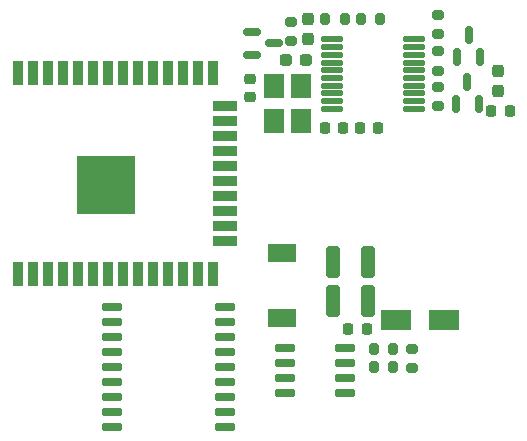
<source format=gbr>
%TF.GenerationSoftware,KiCad,Pcbnew,(5.99.0-12255-gad1ee958b0)*%
%TF.CreationDate,2022-02-21T16:34:28+02:00*%
%TF.ProjectId,pmr710-baseplate,706d7237-3130-42d6-9261-7365706c6174,rev?*%
%TF.SameCoordinates,Original*%
%TF.FileFunction,Paste,Top*%
%TF.FilePolarity,Positive*%
%FSLAX46Y46*%
G04 Gerber Fmt 4.6, Leading zero omitted, Abs format (unit mm)*
G04 Created by KiCad (PCBNEW (5.99.0-12255-gad1ee958b0)) date 2022-02-21 16:34:28*
%MOMM*%
%LPD*%
G01*
G04 APERTURE LIST*
G04 Aperture macros list*
%AMRoundRect*
0 Rectangle with rounded corners*
0 $1 Rounding radius*
0 $2 $3 $4 $5 $6 $7 $8 $9 X,Y pos of 4 corners*
0 Add a 4 corners polygon primitive as box body*
4,1,4,$2,$3,$4,$5,$6,$7,$8,$9,$2,$3,0*
0 Add four circle primitives for the rounded corners*
1,1,$1+$1,$2,$3*
1,1,$1+$1,$4,$5*
1,1,$1+$1,$6,$7*
1,1,$1+$1,$8,$9*
0 Add four rect primitives between the rounded corners*
20,1,$1+$1,$2,$3,$4,$5,0*
20,1,$1+$1,$4,$5,$6,$7,0*
20,1,$1+$1,$6,$7,$8,$9,0*
20,1,$1+$1,$8,$9,$2,$3,0*%
G04 Aperture macros list end*
%ADD10RoundRect,0.200000X-0.200000X-0.275000X0.200000X-0.275000X0.200000X0.275000X-0.200000X0.275000X0*%
%ADD11R,2.500000X1.800000*%
%ADD12RoundRect,0.200000X-0.275000X0.200000X-0.275000X-0.200000X0.275000X-0.200000X0.275000X0.200000X0*%
%ADD13RoundRect,0.200000X0.275000X-0.200000X0.275000X0.200000X-0.275000X0.200000X-0.275000X-0.200000X0*%
%ADD14RoundRect,0.150000X0.150000X-0.587500X0.150000X0.587500X-0.150000X0.587500X-0.150000X-0.587500X0*%
%ADD15RoundRect,0.250000X-0.325000X-1.100000X0.325000X-1.100000X0.325000X1.100000X-0.325000X1.100000X0*%
%ADD16RoundRect,0.150000X-0.587500X-0.150000X0.587500X-0.150000X0.587500X0.150000X-0.587500X0.150000X0*%
%ADD17RoundRect,0.237500X-0.237500X0.287500X-0.237500X-0.287500X0.237500X-0.287500X0.237500X0.287500X0*%
%ADD18R,1.800000X2.100000*%
%ADD19RoundRect,0.225000X0.225000X0.250000X-0.225000X0.250000X-0.225000X-0.250000X0.225000X-0.250000X0*%
%ADD20RoundRect,0.125000X-0.825000X-0.125000X0.825000X-0.125000X0.825000X0.125000X-0.825000X0.125000X0*%
%ADD21RoundRect,0.237500X-0.287500X-0.237500X0.287500X-0.237500X0.287500X0.237500X-0.287500X0.237500X0*%
%ADD22RoundRect,0.225000X-0.225000X-0.250000X0.225000X-0.250000X0.225000X0.250000X-0.225000X0.250000X0*%
%ADD23R,0.900000X2.000000*%
%ADD24R,2.000000X0.900000*%
%ADD25R,5.000000X5.000000*%
%ADD26RoundRect,0.200000X0.200000X0.275000X-0.200000X0.275000X-0.200000X-0.275000X0.200000X-0.275000X0*%
%ADD27RoundRect,0.225000X0.250000X-0.225000X0.250000X0.225000X-0.250000X0.225000X-0.250000X-0.225000X0*%
%ADD28RoundRect,0.237500X0.237500X-0.287500X0.237500X0.287500X-0.237500X0.287500X-0.237500X-0.287500X0*%
%ADD29RoundRect,0.150000X-0.725000X-0.150000X0.725000X-0.150000X0.725000X0.150000X-0.725000X0.150000X0*%
%ADD30R,2.400000X1.500000*%
%ADD31RoundRect,0.150000X0.725000X0.150000X-0.725000X0.150000X-0.725000X-0.150000X0.725000X-0.150000X0*%
G04 APERTURE END LIST*
D10*
%TO.C,R24*%
X133575000Y-41000000D03*
X135225000Y-41000000D03*
%TD*%
D11*
%TO.C,D1*%
X143600000Y-66500000D03*
X139600000Y-66500000D03*
%TD*%
D12*
%TO.C,R21*%
X130700000Y-41275000D03*
X130700000Y-42925000D03*
%TD*%
D13*
%TO.C,R3*%
X140900000Y-70625000D03*
X140900000Y-68975000D03*
%TD*%
D14*
%TO.C,Q9*%
X144650000Y-48237500D03*
X146550000Y-48237500D03*
X145600000Y-46362500D03*
%TD*%
%TO.C,Q10*%
X144750000Y-44237500D03*
X146650000Y-44237500D03*
X145700000Y-42362500D03*
%TD*%
D15*
%TO.C,C2*%
X134225000Y-61600000D03*
X137175000Y-61600000D03*
%TD*%
D16*
%TO.C,D5*%
X127362500Y-42150000D03*
X127362500Y-44050000D03*
X129237500Y-43100000D03*
%TD*%
D17*
%TO.C,D4*%
X148200000Y-45425000D03*
X148200000Y-47175000D03*
%TD*%
D18*
%TO.C,Y1*%
X129250000Y-46750000D03*
X129250000Y-49650000D03*
X131550000Y-49650000D03*
X131550000Y-46750000D03*
%TD*%
D19*
%TO.C,C6*%
X135075000Y-50300000D03*
X133525000Y-50300000D03*
%TD*%
D20*
%TO.C,U4*%
X134100000Y-42775000D03*
X134100000Y-43425000D03*
X134100000Y-44075000D03*
X134100000Y-44725000D03*
X134100000Y-45375000D03*
X134100000Y-46025000D03*
X134100000Y-46675000D03*
X134100000Y-47325000D03*
X134100000Y-47975000D03*
X134100000Y-48625000D03*
X141100000Y-48625000D03*
X141100000Y-47975000D03*
X141100000Y-47325000D03*
X141100000Y-46675000D03*
X141100000Y-46025000D03*
X141100000Y-45375000D03*
X141100000Y-44725000D03*
X141100000Y-44075000D03*
X141100000Y-43425000D03*
X141100000Y-42775000D03*
%TD*%
D10*
%TO.C,R1*%
X137675000Y-69000000D03*
X139325000Y-69000000D03*
%TD*%
%TO.C,R2*%
X137675000Y-70500000D03*
X139325000Y-70500000D03*
%TD*%
D19*
%TO.C,C8*%
X149175000Y-48800000D03*
X147625000Y-48800000D03*
%TD*%
D13*
%TO.C,R23*%
X143100000Y-45425000D03*
X143100000Y-43775000D03*
%TD*%
D21*
%TO.C,D3*%
X130225000Y-44500000D03*
X131975000Y-44500000D03*
%TD*%
D22*
%TO.C,C3*%
X135525000Y-67300000D03*
X137075000Y-67300000D03*
%TD*%
D23*
%TO.C,U1*%
X107545000Y-62600000D03*
X108815000Y-62600000D03*
X110085000Y-62600000D03*
X111355000Y-62600000D03*
X112625000Y-62600000D03*
X113895000Y-62600000D03*
X115165000Y-62600000D03*
X116435000Y-62600000D03*
X117705000Y-62600000D03*
X118975000Y-62600000D03*
X120245000Y-62600000D03*
X121515000Y-62600000D03*
X122785000Y-62600000D03*
X124055000Y-62600000D03*
D24*
X125055000Y-59815000D03*
X125055000Y-58545000D03*
X125055000Y-57275000D03*
X125055000Y-56005000D03*
X125055000Y-54735000D03*
X125055000Y-53465000D03*
X125055000Y-52195000D03*
X125055000Y-50925000D03*
X125055000Y-49655000D03*
X125055000Y-48385000D03*
D23*
X124055000Y-45600000D03*
X122785000Y-45600000D03*
X121515000Y-45600000D03*
X120245000Y-45600000D03*
X118975000Y-45600000D03*
X117705000Y-45600000D03*
X116435000Y-45600000D03*
X115165000Y-45600000D03*
X113895000Y-45600000D03*
X112625000Y-45600000D03*
X111355000Y-45600000D03*
X110085000Y-45600000D03*
X108815000Y-45600000D03*
X107545000Y-45600000D03*
D25*
X115045000Y-55100000D03*
%TD*%
D26*
%TO.C,R20*%
X138225000Y-41000000D03*
X136575000Y-41000000D03*
%TD*%
D27*
%TO.C,C5*%
X127200000Y-47675000D03*
X127200000Y-46125000D03*
%TD*%
D12*
%TO.C,R22*%
X143100000Y-46775000D03*
X143100000Y-48425000D03*
%TD*%
D22*
%TO.C,C7*%
X136525000Y-50300000D03*
X138075000Y-50300000D03*
%TD*%
D28*
%TO.C,D2*%
X132100000Y-42775000D03*
X132100000Y-41025000D03*
%TD*%
D29*
%TO.C,U3*%
X130125000Y-68895000D03*
X130125000Y-70165000D03*
X130125000Y-71435000D03*
X130125000Y-72705000D03*
X135275000Y-72705000D03*
X135275000Y-71435000D03*
X135275000Y-70165000D03*
X135275000Y-68895000D03*
%TD*%
D15*
%TO.C,C1*%
X134225000Y-64900000D03*
X137175000Y-64900000D03*
%TD*%
D30*
%TO.C,L1*%
X129900000Y-66350000D03*
X129900000Y-60850000D03*
%TD*%
D13*
%TO.C,R25*%
X143100000Y-42325000D03*
X143100000Y-40675000D03*
%TD*%
D31*
%TO.C,U5*%
X125075000Y-75580000D03*
X125075000Y-74310000D03*
X125075000Y-73040000D03*
X125075000Y-71770000D03*
X125075000Y-70500000D03*
X125075000Y-69230000D03*
X125075000Y-67960000D03*
X125075000Y-66690000D03*
X125075000Y-65420000D03*
X115525000Y-65420000D03*
X115525000Y-66690000D03*
X115525000Y-67960000D03*
X115525000Y-69230000D03*
X115525000Y-70500000D03*
X115525000Y-71770000D03*
X115525000Y-73040000D03*
X115525000Y-74310000D03*
X115525000Y-75580000D03*
%TD*%
M02*

</source>
